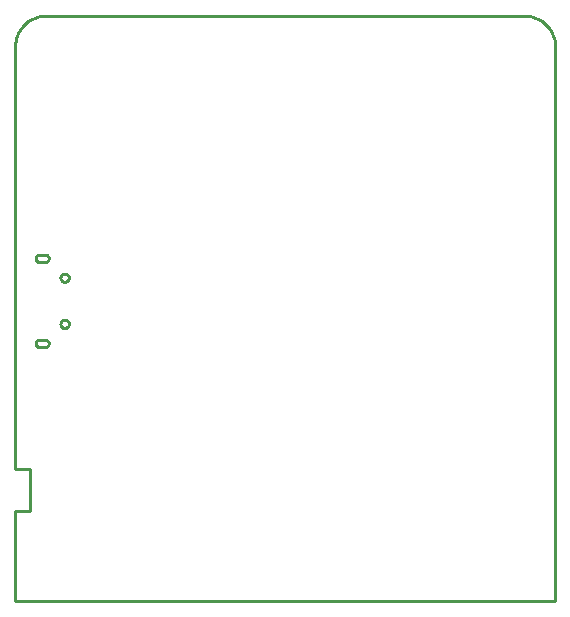
<source format=gbr>
G04 EAGLE Gerber X2 export*
%TF.Part,Single*%
%TF.FileFunction,Profile,NP*%
%TF.FilePolarity,Positive*%
%TF.GenerationSoftware,Autodesk,EAGLE,9.1.0*%
%TF.CreationDate,2018-08-13T09:50:29Z*%
G75*
%MOMM*%
%FSLAX34Y34*%
%LPD*%
%AMOC8*
5,1,8,0,0,1.08239X$1,22.5*%
G01*
%ADD10C,0.254000*%


D10*
X0Y0D02*
X457200Y0D01*
X457200Y469900D01*
X457103Y472114D01*
X456814Y474311D01*
X456335Y476474D01*
X455668Y478587D01*
X454820Y480635D01*
X453797Y482600D01*
X452606Y484469D01*
X451258Y486227D01*
X449761Y487861D01*
X448127Y489358D01*
X446369Y490706D01*
X444500Y491897D01*
X442535Y492920D01*
X440487Y493768D01*
X438374Y494435D01*
X436211Y494914D01*
X434014Y495203D01*
X431800Y495300D01*
X25400Y495300D01*
X23186Y495203D01*
X20989Y494914D01*
X18826Y494435D01*
X16713Y493768D01*
X14666Y492920D01*
X12700Y491897D01*
X10831Y490706D01*
X9073Y489358D01*
X7440Y487861D01*
X5942Y486227D01*
X4594Y484469D01*
X3403Y482600D01*
X2380Y480635D01*
X1532Y478587D01*
X865Y476474D01*
X386Y474311D01*
X97Y472114D01*
X0Y469900D01*
X0Y111760D01*
X12700Y111760D01*
X12700Y76200D01*
X0Y76200D01*
X0Y0D01*
X17410Y218000D02*
X17399Y217759D01*
X17408Y217519D01*
X17439Y217280D01*
X17490Y217044D01*
X17562Y216814D01*
X17653Y216592D01*
X17764Y216377D01*
X17893Y216174D01*
X18039Y215982D01*
X18201Y215804D01*
X18378Y215641D01*
X18569Y215493D01*
X18771Y215363D01*
X18985Y215251D01*
X19207Y215158D01*
X19436Y215085D01*
X19671Y215032D01*
X19910Y215000D01*
X25910Y215000D01*
X26149Y215032D01*
X26384Y215085D01*
X26613Y215158D01*
X26835Y215251D01*
X27049Y215363D01*
X27252Y215493D01*
X27442Y215641D01*
X27619Y215804D01*
X27781Y215982D01*
X27927Y216174D01*
X28056Y216377D01*
X28167Y216592D01*
X28258Y216814D01*
X28330Y217044D01*
X28381Y217280D01*
X28412Y217519D01*
X28421Y217759D01*
X28410Y218000D01*
X28421Y218241D01*
X28412Y218481D01*
X28381Y218720D01*
X28330Y218956D01*
X28258Y219186D01*
X28167Y219409D01*
X28056Y219623D01*
X27927Y219826D01*
X27781Y220018D01*
X27619Y220196D01*
X27442Y220359D01*
X27252Y220507D01*
X27049Y220637D01*
X26835Y220749D01*
X26613Y220842D01*
X26384Y220915D01*
X26149Y220968D01*
X25910Y221000D01*
X19910Y221000D01*
X19671Y220968D01*
X19436Y220915D01*
X19207Y220842D01*
X18985Y220749D01*
X18771Y220637D01*
X18569Y220507D01*
X18378Y220359D01*
X18201Y220196D01*
X18039Y220018D01*
X17893Y219826D01*
X17764Y219623D01*
X17653Y219409D01*
X17562Y219186D01*
X17490Y218956D01*
X17439Y218720D01*
X17408Y218481D01*
X17399Y218241D01*
X17410Y218000D01*
X17410Y290000D02*
X17399Y289759D01*
X17408Y289519D01*
X17439Y289280D01*
X17490Y289044D01*
X17562Y288814D01*
X17653Y288592D01*
X17764Y288377D01*
X17893Y288174D01*
X18039Y287982D01*
X18201Y287804D01*
X18378Y287641D01*
X18569Y287493D01*
X18771Y287363D01*
X18985Y287251D01*
X19207Y287158D01*
X19436Y287085D01*
X19671Y287032D01*
X19910Y287000D01*
X25910Y287000D01*
X26149Y287032D01*
X26384Y287085D01*
X26613Y287158D01*
X26835Y287251D01*
X27049Y287363D01*
X27252Y287493D01*
X27442Y287641D01*
X27619Y287804D01*
X27781Y287982D01*
X27927Y288174D01*
X28056Y288377D01*
X28167Y288592D01*
X28258Y288814D01*
X28330Y289044D01*
X28381Y289280D01*
X28412Y289519D01*
X28421Y289759D01*
X28410Y290000D01*
X28421Y290241D01*
X28412Y290481D01*
X28381Y290720D01*
X28330Y290956D01*
X28258Y291186D01*
X28167Y291409D01*
X28056Y291623D01*
X27927Y291826D01*
X27781Y292018D01*
X27619Y292196D01*
X27442Y292359D01*
X27252Y292507D01*
X27049Y292637D01*
X26835Y292749D01*
X26613Y292842D01*
X26384Y292915D01*
X26149Y292968D01*
X25910Y293000D01*
X19910Y293000D01*
X19671Y292968D01*
X19436Y292915D01*
X19207Y292842D01*
X18985Y292749D01*
X18771Y292637D01*
X18569Y292507D01*
X18378Y292359D01*
X18201Y292196D01*
X18039Y292018D01*
X17893Y291826D01*
X17764Y291623D01*
X17653Y291409D01*
X17562Y291186D01*
X17490Y290956D01*
X17439Y290720D01*
X17408Y290481D01*
X17399Y290241D01*
X17410Y290000D01*
X41681Y270000D02*
X41226Y270060D01*
X40783Y270179D01*
X40359Y270354D01*
X39961Y270584D01*
X39597Y270863D01*
X39273Y271187D01*
X38994Y271551D01*
X38764Y271949D01*
X38589Y272373D01*
X38470Y272816D01*
X38410Y273271D01*
X38410Y273729D01*
X38470Y274184D01*
X38589Y274627D01*
X38764Y275051D01*
X38994Y275449D01*
X39273Y275813D01*
X39597Y276137D01*
X39961Y276416D01*
X40359Y276646D01*
X40783Y276821D01*
X41226Y276940D01*
X41681Y277000D01*
X42139Y277000D01*
X42594Y276940D01*
X43037Y276821D01*
X43461Y276646D01*
X43859Y276416D01*
X44223Y276137D01*
X44547Y275813D01*
X44826Y275449D01*
X45056Y275051D01*
X45231Y274627D01*
X45350Y274184D01*
X45410Y273729D01*
X45410Y273271D01*
X45350Y272816D01*
X45231Y272373D01*
X45056Y271949D01*
X44826Y271551D01*
X44547Y271187D01*
X44223Y270863D01*
X43859Y270584D01*
X43461Y270354D01*
X43037Y270179D01*
X42594Y270060D01*
X42139Y270000D01*
X41681Y270000D01*
X41681Y231000D02*
X41226Y231060D01*
X40783Y231179D01*
X40359Y231354D01*
X39961Y231584D01*
X39597Y231863D01*
X39273Y232187D01*
X38994Y232551D01*
X38764Y232949D01*
X38589Y233373D01*
X38470Y233816D01*
X38410Y234271D01*
X38410Y234729D01*
X38470Y235184D01*
X38589Y235627D01*
X38764Y236051D01*
X38994Y236449D01*
X39273Y236813D01*
X39597Y237137D01*
X39961Y237416D01*
X40359Y237646D01*
X40783Y237821D01*
X41226Y237940D01*
X41681Y238000D01*
X42139Y238000D01*
X42594Y237940D01*
X43037Y237821D01*
X43461Y237646D01*
X43859Y237416D01*
X44223Y237137D01*
X44547Y236813D01*
X44826Y236449D01*
X45056Y236051D01*
X45231Y235627D01*
X45350Y235184D01*
X45410Y234729D01*
X45410Y234271D01*
X45350Y233816D01*
X45231Y233373D01*
X45056Y232949D01*
X44826Y232551D01*
X44547Y232187D01*
X44223Y231863D01*
X43859Y231584D01*
X43461Y231354D01*
X43037Y231179D01*
X42594Y231060D01*
X42139Y231000D01*
X41681Y231000D01*
M02*

</source>
